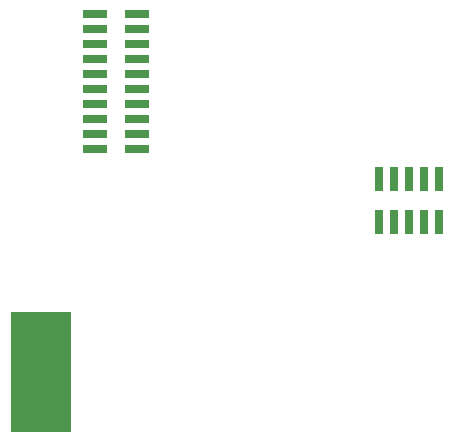
<source format=gbp>
G04 Layer_Color=128*
%FSLAX25Y25*%
%MOIN*%
G70*
G01*
G75*
%ADD27R,0.20000X0.40000*%
%ADD67R,0.02559X0.08268*%
%ADD68R,0.08268X0.02559*%
D27*
X10500Y-97000D02*
D03*
D67*
X143100Y-32613D02*
D03*
X138100D02*
D03*
X133100D02*
D03*
X128100D02*
D03*
X123100D02*
D03*
X143100Y-46787D02*
D03*
X138100D02*
D03*
X133100D02*
D03*
X128100D02*
D03*
X123100D02*
D03*
D68*
X42587Y-2500D02*
D03*
X28413D02*
D03*
X42587Y-22500D02*
D03*
Y-17500D02*
D03*
Y-12500D02*
D03*
Y-7500D02*
D03*
Y2500D02*
D03*
Y7500D02*
D03*
Y12500D02*
D03*
Y17500D02*
D03*
Y22500D02*
D03*
X28413Y-22500D02*
D03*
Y-17500D02*
D03*
Y-12500D02*
D03*
Y-7500D02*
D03*
Y2500D02*
D03*
Y7500D02*
D03*
Y12500D02*
D03*
Y17500D02*
D03*
Y22500D02*
D03*
M02*

</source>
